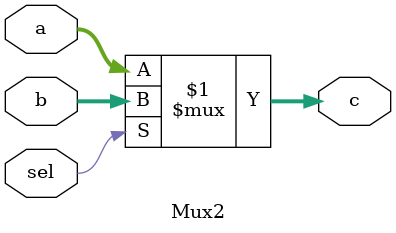
<source format=v>
module Mux2 #(parameter width = 32)(
input [width-1:0]   a,
input [width-1:0]   b,
input               sel,
output [width-1:0]  c
);

assign c = sel ? b : a ;

endmodule
</source>
